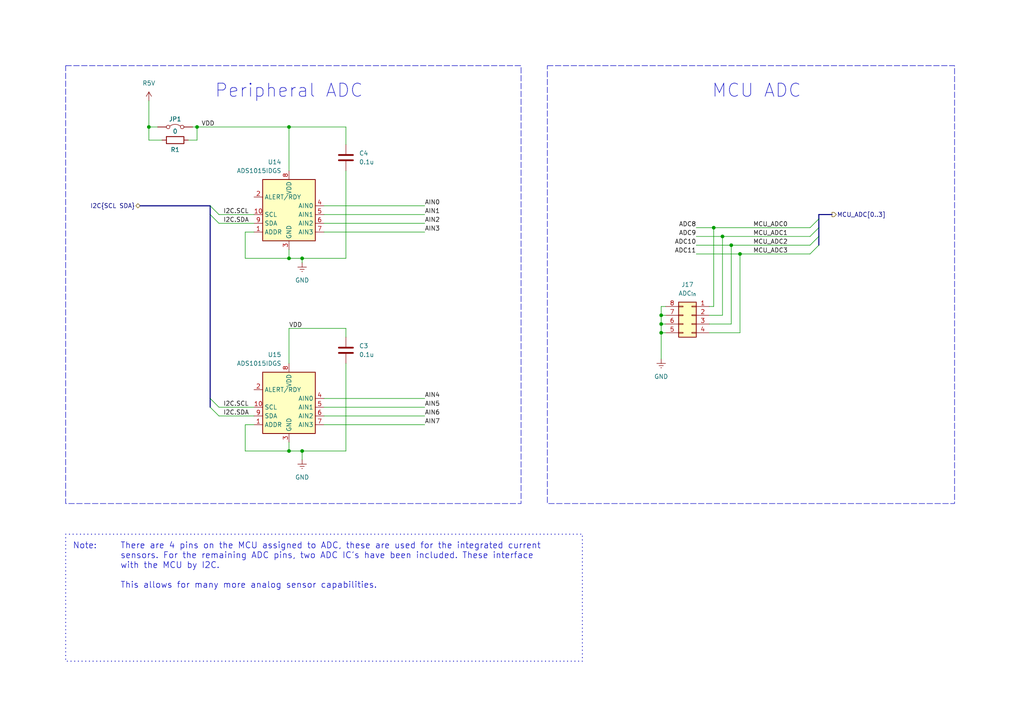
<source format=kicad_sch>
(kicad_sch (version 20231120) (generator "eeschema") (generator_version "8.0")
  (paper "A4")
  (title_block (title "ADC/DAC") (rev "1.1") (company "ESE - Conestoga") (comment 1 "Nigel Sinclair") (comment 2 "Matvey Regentov"))
  (lib_symbols
    (symbol "Analog_ADC:ADS1015IDGS"
      (property "Reference" "U" (at 2.54 13.97 0))
      (property "Value" "ADS1015IDGS" (at 7.62 11.43 0))
      (symbol "ADS1015IDGS_0_1"
        (rectangle (start -7.62 10.16) (end 7.62 -7.62) (stroke (width 0.254)) (fill (type background)))
      )
      (symbol "ADS1015IDGS_1_1"
        (pin input line (at 10.16 -5.08 180) (length 2.54) (name "ADDR") (number "1"))
        (pin input line (at 10.16 0 180) (length 2.54) (name "SCL") (number "10"))
        (pin output line (at 10.16 5.08 180) (length 2.54) (name "ALERT/RDY") (number "2"))
        (pin power_in line (at 0 -10.16 90) (length 2.54) (name "GND") (number "3"))
        (pin input line (at -10.16 2.54 0) (length 2.54) (name "AIN0") (number "4"))
        (pin input line (at -10.16 0 0) (length 2.54) (name "AIN1") (number "5"))
        (pin input line (at -10.16 -2.54 0) (length 2.54) (name "AIN2") (number "6"))
        (pin input line (at -10.16 -5.08 0) (length 2.54) (name "AIN3") (number "7"))
        (pin power_in line (at 0 12.7 270) (length 2.54) (name "VDD") (number "8"))
        (pin bidirectional line (at 10.16 -2.54 180) (length 2.54) (name "SDA") (number "9"))
      )
    )
    (symbol "Connector_Generic:Conn_02x04_Counter_Clockwise" (pin_names (offset 1.016) hide)
      (property "Reference" "J" (at 1.27 5.08 0))
      (property "Value" "Conn_02x04_Counter_Clockwise" (at 1.27 -7.62 0))
      (symbol "Conn_02x04_Counter_Clockwise_1_1"
        (rectangle (start -1.27 -4.953) (end 0 -5.207) (stroke (width 0.1524)))
        (rectangle (start -1.27 -2.413) (end 0 -2.667) (stroke (width 0.1524)))
        (rectangle (start -1.27 0.127) (end 0 -0.127) (stroke (width 0.1524)))
        (rectangle (start -1.27 2.667) (end 0 2.413) (stroke (width 0.1524)))
        (rectangle (start -1.27 3.81) (end 3.81 -6.35) (stroke (width 0.254)) (fill (type background)))
        (rectangle (start 3.81 -4.953) (end 2.54 -5.207) (stroke (width 0.1524)))
        (rectangle (start 3.81 -2.413) (end 2.54 -2.667) (stroke (width 0.1524)))
        (rectangle (start 3.81 0.127) (end 2.54 -0.127) (stroke (width 0.1524)))
        (rectangle (start 3.81 2.667) (end 2.54 2.413) (stroke (width 0.1524)))
        (pin passive line (at -5.08 2.54 0) (length 3.81) (name "Pin_1") (number "1"))
        (pin passive line (at -5.08 0 0) (length 3.81) (name "Pin_2") (number "2"))
        (pin passive line (at -5.08 -2.54 0) (length 3.81) (name "Pin_3") (number "3"))
        (pin passive line (at -5.08 -5.08 0) (length 3.81) (name "Pin_4") (number "4"))
        (pin passive line (at 7.62 -5.08 180) (length 3.81) (name "Pin_5") (number "5"))
        (pin passive line (at 7.62 -2.54 180) (length 3.81) (name "Pin_6") (number "6"))
        (pin passive line (at 7.62 0 180) (length 3.81) (name "Pin_7") (number "7"))
        (pin passive line (at 7.62 2.54 180) (length 3.81) (name "Pin_8") (number "8"))
      )
    )
    (symbol "Device:C" (pin_numbers hide) (pin_names (offset 0.254))
      (property "Reference" "C" (at 0.635 2.54 0))
      (property "Value" "C" (at 0.635 -2.54 0))
      (symbol "C_0_1"
        (polyline (pts (xy -2.032 -0.762) (xy 2.032 -0.762)) (stroke (width 0.508)))
        (polyline (pts (xy -2.032 0.762) (xy 2.032 0.762)) (stroke (width 0.508)))
      )
      (symbol "C_1_1"
        (pin passive line (at 0 3.81 270) (length 2.794) (name "~") (number "1"))
        (pin passive line (at 0 -3.81 90) (length 2.794) (name "~") (number "2"))
      )
    )
    (symbol "Device:R" (pin_numbers hide) (pin_names (offset 0))
      (property "Reference" "R" (at 2.032 0 90))
      (property "Value" "R" (at 0 0 90))
      (symbol "R_0_1"
        (rectangle (start -1.016 -2.54) (end 1.016 2.54) (stroke (width 0.254)))
      )
      (symbol "R_1_1"
        (pin passive line (at 0 3.81 270) (length 1.27) (name "~") (number "1"))
        (pin passive line (at 0 -3.81 90) (length 1.27) (name "~") (number "2"))
      )
    )
    (symbol "Jumper:Jumper_2_Bridged" (pin_numbers hide) (pin_names (offset 0) hide) (exclude_from_sim yes)
      (property "Reference" "JP" (at 0 1.905 0))
      (property "Value" "Jumper_2_Bridged" (at 0 -2.54 0))
      (symbol "Jumper_2_Bridged_0_0"
        (circle (center -2.032 0) (radius 0.508))
        (circle (center 2.032 0) (radius 0.508))
      )
      (symbol "Jumper_2_Bridged_0_1"
        (arc (start 1.524 0.254) (mid 0 0.762) (end -1.524 0.254))
      )
      (symbol "Jumper_2_Bridged_1_1"
        (pin passive line (at -5.08 0 0) (length 2.54) (name "A") (number "1"))
        (pin passive line (at 5.08 0 180) (length 2.54) (name "B") (number "2"))
      )
    )
    (symbol "power:+3V3" (power) (pin_numbers hide) (pin_names (offset 0) hide)
      (property "Value" "+3V3" (at 0 3.556 0))
      (symbol "+3V3_0_1"
        (polyline (pts (xy -0.762 1.27) (xy 0 2.54)))
        (polyline (pts (xy 0 0) (xy 0 2.54)))
        (polyline (pts (xy 0 2.54) (xy 0.762 1.27)))
      )
      (symbol "+3V3_1_1"
        (pin power_in line (at 0 0 90) (length 0) (name "~") (number "1"))
      )
    )
    (symbol "power:GNDREF" (power) (pin_numbers hide) (pin_names (offset 0) hide)
      (property "Value" "GNDREF" (at 0 -3.81 0))
      (symbol "GNDREF_0_1"
        (polyline (pts (xy -0.635 -1.905) (xy 0.635 -1.905)))
        (polyline (pts (xy -0.127 -2.54) (xy 0.127 -2.54)))
        (polyline (pts (xy 0 -1.27) (xy 0 0)))
        (polyline (pts (xy 1.27 -1.27) (xy -1.27 -1.27)))
      )
      (symbol "GNDREF_1_1"
        (pin power_in line (at 0 0 270) (length 0) (name "~") (number "1"))
      )
    )
  )
  (junction (at 191.77 91.44))
  (junction (at 207.01 66.04))
  (junction (at 191.77 93.98))
  (junction (at 87.63 74.93))
  (junction (at 83.82 36.83))
  (junction (at 83.82 130.81))
  (junction (at 214.63 73.66))
  (junction (at 212.09 71.12))
  (junction (at 209.55 68.58))
  (junction (at 191.77 96.52))
  (junction (at 87.63 130.81))
  (junction (at 83.82 74.93))
  (junction (at 43.18 36.83))
  (junction (at 57.15 36.83))
  (bus_entry (at 60.96 62.23) (size 2.54 2.54))
  (bus_entry (at 234.95 73.66) (size 2.54 -2.54))
  (bus_entry (at 60.96 118.11) (size 2.54 2.54))
  (bus_entry (at 60.96 115.57) (size 2.54 2.54))
  (bus_entry (at 60.96 59.69) (size 2.54 2.54))
  (bus_entry (at 234.95 66.04) (size 2.54 -2.54))
  (bus_entry (at 234.95 68.58) (size 2.54 -2.54))
  (bus_entry (at 234.95 71.12) (size 2.54 -2.54))
  (wire (pts (xy 63.5 120.65) (xy 73.66 120.65)))
  (wire (pts (xy 207.01 66.04) (xy 207.01 88.9)))
  (bus (pts (xy 237.49 68.58) (xy 237.49 71.12)))
  (wire (pts (xy 100.33 95.25) (xy 100.33 97.79)))
  (wire (pts (xy 191.77 96.52) (xy 193.04 96.52)))
  (wire (pts (xy 209.55 68.58) (xy 209.55 91.44)))
  (wire (pts (xy 43.18 40.64) (xy 43.18 36.83)))
  (wire (pts (xy 193.04 88.9) (xy 191.77 88.9)))
  (wire (pts (xy 212.09 71.12) (xy 212.09 93.98)))
  (wire (pts (xy 87.63 74.93) (xy 83.82 74.93)))
  (wire (pts (xy 83.82 105.41) (xy 83.82 95.25)))
  (wire (pts (xy 191.77 93.98) (xy 191.77 96.52)))
  (wire (pts (xy 100.33 36.83) (xy 83.82 36.83)))
  (wire (pts (xy 193.04 93.98) (xy 191.77 93.98)))
  (wire (pts (xy 83.82 95.25) (xy 100.33 95.25)))
  (wire (pts (xy 234.95 66.04) (xy 207.01 66.04)))
  (wire (pts (xy 123.19 120.65) (xy 93.98 120.65)))
  (bus (pts (xy 40.64 59.69) (xy 60.96 59.69)))
  (wire (pts (xy 205.74 93.98) (xy 212.09 93.98)))
  (wire (pts (xy 71.12 123.19) (xy 71.12 130.81)))
  (wire (pts (xy 123.19 118.11) (xy 93.98 118.11)))
  (wire (pts (xy 207.01 66.04) (xy 201.93 66.04)))
  (wire (pts (xy 83.82 128.27) (xy 83.82 130.81)))
  (wire (pts (xy 205.74 91.44) (xy 209.55 91.44)))
  (wire (pts (xy 63.5 118.11) (xy 73.66 118.11)))
  (bus (pts (xy 237.49 66.04) (xy 237.49 68.58)))
  (wire (pts (xy 100.33 105.41) (xy 100.33 130.81)))
  (wire (pts (xy 214.63 73.66) (xy 214.63 96.52)))
  (wire (pts (xy 100.33 49.53) (xy 100.33 74.93)))
  (wire (pts (xy 209.55 68.58) (xy 201.93 68.58)))
  (wire (pts (xy 193.04 91.44) (xy 191.77 91.44)))
  (wire (pts (xy 83.82 74.93) (xy 83.82 72.39)))
  (wire (pts (xy 83.82 36.83) (xy 83.82 49.53)))
  (wire (pts (xy 191.77 91.44) (xy 191.77 93.98)))
  (wire (pts (xy 205.74 96.52) (xy 214.63 96.52)))
  (wire (pts (xy 234.95 71.12) (xy 212.09 71.12)))
  (wire (pts (xy 63.5 64.77) (xy 73.66 64.77)))
  (wire (pts (xy 214.63 73.66) (xy 201.93 73.66)))
  (wire (pts (xy 191.77 88.9) (xy 191.77 91.44)))
  (wire (pts (xy 123.19 115.57) (xy 93.98 115.57)))
  (wire (pts (xy 43.18 36.83) (xy 45.72 36.83)))
  (wire (pts (xy 234.95 73.66) (xy 214.63 73.66)))
  (wire (pts (xy 46.99 40.64) (xy 43.18 40.64)))
  (wire (pts (xy 87.63 130.81) (xy 83.82 130.81)))
  (bus (pts (xy 60.96 115.57) (xy 60.96 118.11)))
  (wire (pts (xy 123.19 62.23) (xy 93.98 62.23)))
  (wire (pts (xy 73.66 123.19) (xy 71.12 123.19)))
  (wire (pts (xy 71.12 74.93) (xy 83.82 74.93)))
  (wire (pts (xy 87.63 130.81) (xy 87.63 133.35)))
  (bus (pts (xy 237.49 63.5) (xy 237.49 66.04)))
  (bus (pts (xy 237.49 62.23) (xy 237.49 63.5)))
  (wire (pts (xy 207.01 88.9) (xy 205.74 88.9)))
  (wire (pts (xy 57.15 36.83) (xy 83.82 36.83)))
  (wire (pts (xy 57.15 36.83) (xy 57.15 40.64)))
  (wire (pts (xy 100.33 41.91) (xy 100.33 36.83)))
  (wire (pts (xy 57.15 40.64) (xy 54.61 40.64)))
  (wire (pts (xy 234.95 68.58) (xy 209.55 68.58)))
  (wire (pts (xy 55.88 36.83) (xy 57.15 36.83)))
  (bus (pts (xy 241.3 62.23) (xy 237.49 62.23)))
  (bus (pts (xy 60.96 62.23) (xy 60.96 115.57)))
  (wire (pts (xy 43.18 29.21) (xy 43.18 36.83)))
  (wire (pts (xy 63.5 62.23) (xy 73.66 62.23)))
  (wire (pts (xy 87.63 74.93) (xy 87.63 76.2)))
  (wire (pts (xy 123.19 59.69) (xy 93.98 59.69)))
  (wire (pts (xy 83.82 130.81) (xy 71.12 130.81)))
  (wire (pts (xy 123.19 123.19) (xy 93.98 123.19)))
  (wire (pts (xy 123.19 64.77) (xy 93.98 64.77)))
  (bus (pts (xy 60.96 59.69) (xy 60.96 62.23)))
  (wire (pts (xy 100.33 130.81) (xy 87.63 130.81)))
  (wire (pts (xy 100.33 74.93) (xy 87.63 74.93)))
  (wire (pts (xy 71.12 67.31) (xy 71.12 74.93)))
  (wire (pts (xy 73.66 67.31) (xy 71.12 67.31)))
  (wire (pts (xy 191.77 104.14) (xy 191.77 96.52)))
  (wire (pts (xy 212.09 71.12) (xy 201.93 71.12)))
  (wire (pts (xy 123.19 67.31) (xy 93.98 67.31)))
  (rectangle (start 158.75 19.05) (end 276.86 146.05) (stroke (width 0) (type dash)))
  (rectangle (start 19.05 19.05) (end 151.13 146.05) (stroke (width 0) (type dash)))
  (rectangle (start 19.05 154.94) (end 168.91 191.77) (stroke (width 0.254) (type dot)))
  (text "MCU ADC" (at 219.456 26.416 0) (effects (font (size 3.81 3.81))))
  (text "Note: 	There are 4 pins on the MCU assigned to ADC, these are used for the integrated current \n		sensors. For the remaining ADC pins, two ADC IC's have been included. These interface \n		with the MCU by I2C.\n\n		This allows for many more analog sensor capabilities." (at 21.082 164.084 0) (effects (font (size 1.778 1.778)) (justify left)))
  (text "Peripheral ADC" (at 83.82 26.416 0) (effects (font (size 3.81 3.81))))
  (label "MCU_ADC2" (at 218.44 71.12 0))
  (label "AIN1" (at 123.19 62.23 0))
  (label "I2C.SDA" (at 64.77 64.77 0))
  (label "AIN0" (at 123.19 59.69 0))
  (label "MCU_ADC1" (at 218.44 68.58 0))
  (label "ADC8" (at 201.93 66.04 180))
  (label "AIN7" (at 123.19 123.19 0))
  (label "VDD" (at 58.42 36.83 0))
  (label "ADC11" (at 201.93 73.66 180))
  (label "I2C.SDA" (at 64.77 120.65 0))
  (label "VDD" (at 83.82 95.25 0))
  (label "AIN6" (at 123.19 120.65 0))
  (label "I2C.SCL" (at 64.77 118.11 0))
  (label "AIN3" (at 123.19 67.31 0))
  (label "ADC10" (at 201.93 71.12 180))
  (label "MCU_ADC3" (at 218.44 73.66 0))
  (label "AIN4" (at 123.19 115.57 0))
  (label "ADC9" (at 201.93 68.58 180))
  (label "AIN2" (at 123.19 64.77 0))
  (label "AIN5" (at 123.19 118.11 0))
  (label "MCU_ADC0" (at 218.44 66.04 0))
  (label "I2C.SCL" (at 64.77 62.23 0))
  (hierarchical_label "I2C{SCL SDA}" (shape bidirectional) (at 40.64 59.69 180))
  (hierarchical_label "MCU_ADC[0..3]" (shape output) (at 241.3 62.23 0))
  (symbol (lib_id "power:GNDREF") (at 87.63 76.2 0) (unit 1)
    (property "Reference" "#PWR014" (effects (hide yes)))
    (property "Value" "GND" (at 87.63 81.28 0))
    (property "Description" "Power symbol creates a global label with name \"GNDREF\" , reference supply ground" (effects (hide yes)))
  )
  (symbol (lib_id "Device:R") (at 50.8 40.64 90) (unit 1)
    (property "Reference" "R1" (at 50.8 43.434 90))
    (property "Value" "0" (at 50.8 38.1 90))
    (property "Description" "Resistor" (effects (hide yes)))
  )
  (symbol (lib_id "Analog_ADC:ADS1015IDGS") (at 83.82 62.23 0) (mirror y) (unit 1)
    (property "Reference" "U14" (at 81.6259 46.99 0) (effects (justify left)))
    (property "Value" "ADS1015IDGS" (at 81.6259 49.53 0) (effects (justify left)))
    (property "Footprint" "Package_SO:TSSOP-10_3x3mm_P0.5mm" (effects (hide yes)))
    (property "Datasheet" "http://www.ti.com/lit/ds/symlink/ads1015.pdf" (effects (hide yes)))
    (property "Description" "Ultra-Small, Low-Power, I2C-Compatible, 3.3-kSPS, 12-Bit ADCs With Internal Reference, Oscillator, and Programmable Comparator, VSSOP-10" (effects (hide yes)))
  )
  (symbol (lib_id "Device:C") (at 100.33 45.72 0) (unit 1)
    (property "Reference" "C4" (at 104.14 44.4499 0) (effects (justify left)))
    (property "Value" "0.1u" (at 104.14 46.9899 0) (effects (justify left)))
    (property "Description" "Unpolarized capacitor" (effects (hide yes)))
  )
  (symbol (lib_id "Analog_ADC:ADS1015IDGS") (at 83.82 118.11 0) (mirror y) (unit 1)
    (property "Reference" "U15" (at 81.6259 102.87 0) (effects (justify left)))
    (property "Value" "ADS1015IDGS" (at 81.6259 105.41 0) (effects (justify left)))
    (property "Footprint" "Package_SO:TSSOP-10_3x3mm_P0.5mm" (effects (hide yes)))
    (property "Datasheet" "http://www.ti.com/lit/ds/symlink/ads1015.pdf" (effects (hide yes)))
    (property "Description" "Ultra-Small, Low-Power, I2C-Compatible, 3.3-kSPS, 12-Bit ADCs With Internal Reference, Oscillator, and Programmable Comparator, VSSOP-10" (effects (hide yes)))
  )
  (symbol (lib_id "Connector_Generic:Conn_02x04_Counter_Clockwise") (at 200.66 91.44 0) (mirror y) (unit 1)
    (property "Reference" "J17" (at 199.39 82.55 0))
    (property "Value" "ADC_{in}" (at 199.39 85.09 0))
  )
  (symbol (lib_id "power:GNDREF") (at 87.63 133.35 0) (unit 1)
    (property "Reference" "#PWR013" (effects (hide yes)))
    (property "Value" "GND" (at 87.63 138.43 0))
    (property "Description" "Power symbol creates a global label with name \"GNDREF\" , reference supply ground" (effects (hide yes)))
  )
  (symbol (lib_id "power:+3V3") (at 43.18 29.21 0) (unit 1)
    (property "Reference" "#PWR028" (effects (hide yes)))
    (property "Value" "R5V" (at 43.18 24.13 0))
    (property "Description" "Power symbol creates a global label with name \"+3V3\"" (effects (hide yes)))
  )
  (symbol (lib_id "Device:C") (at 100.33 101.6 0) (unit 1)
    (property "Reference" "C3" (at 104.14 100.3299 0) (effects (justify left)))
    (property "Value" "0.1u" (at 104.14 102.8699 0) (effects (justify left)))
    (property "Description" "Unpolarized capacitor" (effects (hide yes)))
  )
  (symbol (lib_id "power:GNDREF") (at 191.77 104.14 0) (mirror y) (unit 1)
    (property "Reference" "#PWR015" (effects (hide yes)))
    (property "Value" "GND" (at 191.77 109.22 0))
    (property "Description" "Power symbol creates a global label with name \"GNDREF\" , reference supply ground" (effects (hide yes)))
  )
  (symbol (lib_id "Jumper:Jumper_2_Bridged") (at 50.8 36.83 0) (unit 1) (exclude_from_sim yes)
    (property "Reference" "JP1" (at 50.8 34.544 0))
    (property "Value" "Jumper_2_Bridged" (effects (hide yes)))
    (property "Description" "Jumper, 2-pole, closed/bridged" (effects (hide yes)))
  )
)
</source>
